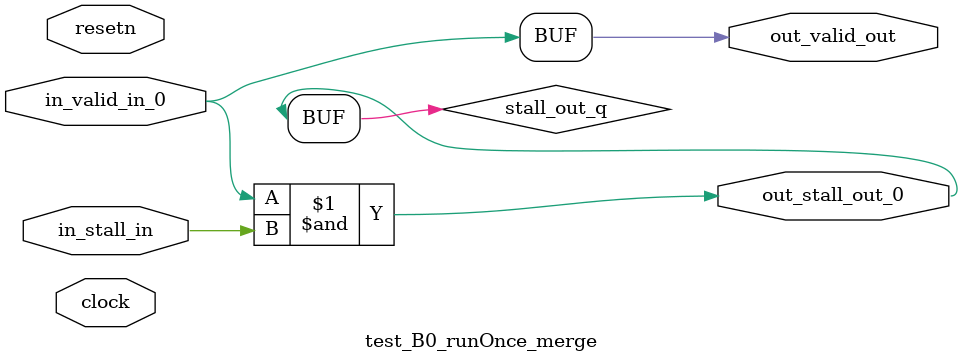
<source format=sv>



(* altera_attribute = "-name AUTO_SHIFT_REGISTER_RECOGNITION OFF; -name MESSAGE_DISABLE 10036; -name MESSAGE_DISABLE 10037; -name MESSAGE_DISABLE 14130; -name MESSAGE_DISABLE 14320; -name MESSAGE_DISABLE 15400; -name MESSAGE_DISABLE 14130; -name MESSAGE_DISABLE 10036; -name MESSAGE_DISABLE 12020; -name MESSAGE_DISABLE 12030; -name MESSAGE_DISABLE 12010; -name MESSAGE_DISABLE 12110; -name MESSAGE_DISABLE 14320; -name MESSAGE_DISABLE 13410; -name MESSAGE_DISABLE 113007; -name MESSAGE_DISABLE 10958" *)
module test_B0_runOnce_merge (
    input wire [0:0] in_stall_in,
    input wire [0:0] in_valid_in_0,
    output wire [0:0] out_stall_out_0,
    output wire [0:0] out_valid_out,
    input wire clock,
    input wire resetn
    );

    wire [0:0] stall_out_q;


    // stall_out(LOGICAL,6)
    assign stall_out_q = in_valid_in_0 & in_stall_in;

    // out_stall_out_0(GPOUT,4)
    assign out_stall_out_0 = stall_out_q;

    // out_valid_out(GPOUT,5)
    assign out_valid_out = in_valid_in_0;

endmodule

</source>
